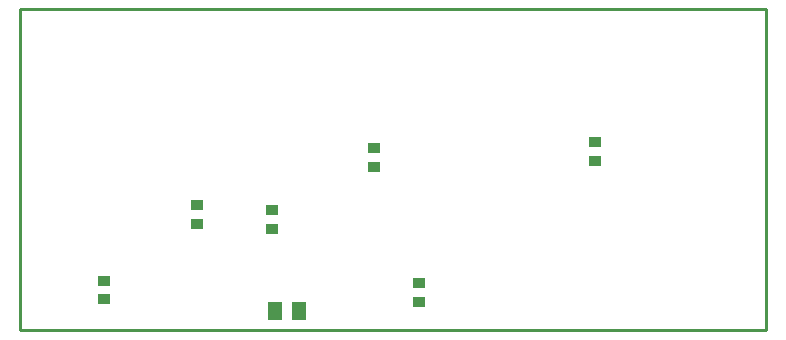
<source format=gbp>
G04*
G04 #@! TF.GenerationSoftware,Altium Limited,Altium Designer,21.5.1 (32)*
G04*
G04 Layer_Color=128*
%FSLAX25Y25*%
%MOIN*%
G70*
G04*
G04 #@! TF.SameCoordinates,8A425D5F-BF34-4987-8E10-FF1777C96443*
G04*
G04*
G04 #@! TF.FilePolarity,Positive*
G04*
G01*
G75*
%ADD16C,0.01000*%
%ADD19R,0.03937X0.03543*%
%ADD25R,0.05118X0.06102*%
D16*
X0Y-107106D02*
Y0D01*
X248500D01*
Y-107106D02*
Y0D01*
X0Y-107106D02*
X248500D01*
D19*
X118000Y-46350D02*
D03*
Y-52650D02*
D03*
X133000Y-97650D02*
D03*
Y-91350D02*
D03*
X191500Y-44350D02*
D03*
Y-50650D02*
D03*
X28000Y-96799D02*
D03*
Y-90500D02*
D03*
X59000Y-71650D02*
D03*
Y-65350D02*
D03*
X84000Y-66850D02*
D03*
Y-73150D02*
D03*
D25*
X85063Y-100500D02*
D03*
X92937D02*
D03*
M02*

</source>
